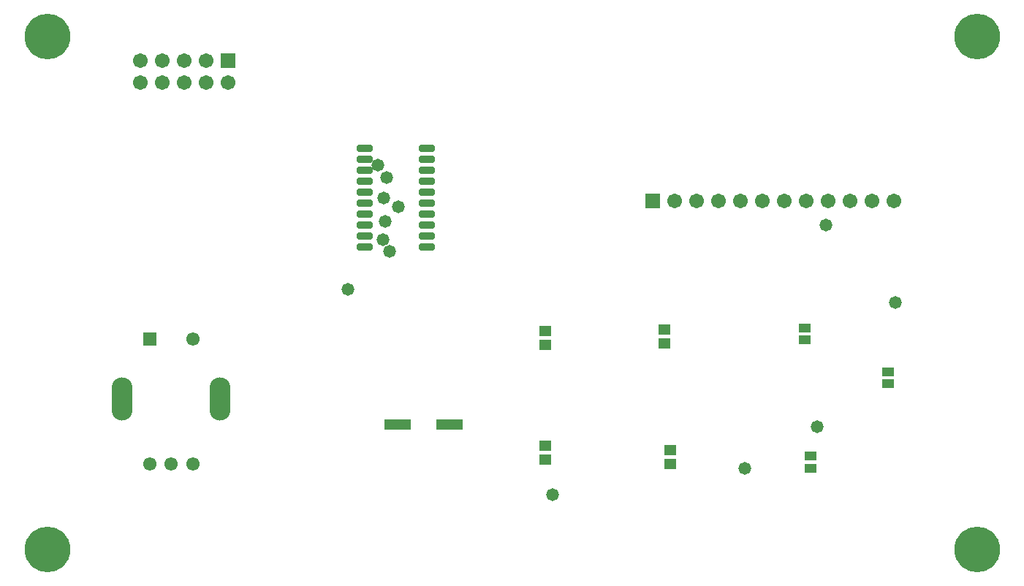
<source format=gts>
G04*
G04 #@! TF.GenerationSoftware,Altium Limited,Altium Designer,23.2.1 (34)*
G04*
G04 Layer_Color=8388736*
%FSLAX25Y25*%
%MOIN*%
G70*
G04*
G04 #@! TF.SameCoordinates,BF209CEF-B3CD-4BDF-936B-CE2084C87205*
G04*
G04*
G04 #@! TF.FilePolarity,Negative*
G04*
G01*
G75*
%ADD16R,0.05733X0.05136*%
%ADD18R,0.05339X0.04349*%
%ADD19R,0.12217X0.05131*%
G04:AMPARAMS|DCode=20|XSize=31.62mil|YSize=72.96mil|CornerRadius=6.01mil|HoleSize=0mil|Usage=FLASHONLY|Rotation=90.000|XOffset=0mil|YOffset=0mil|HoleType=Round|Shape=RoundedRectangle|*
%AMROUNDEDRECTD20*
21,1,0.03162,0.06095,0,0,90.0*
21,1,0.01961,0.07296,0,0,90.0*
1,1,0.01202,0.03047,0.00980*
1,1,0.01202,0.03047,-0.00980*
1,1,0.01202,-0.03047,-0.00980*
1,1,0.01202,-0.03047,0.00980*
%
%ADD20ROUNDEDRECTD20*%
%ADD21C,0.20800*%
%ADD22C,0.06706*%
%ADD23R,0.06706X0.06706*%
%ADD24R,0.06102X0.06102*%
%ADD25C,0.06102*%
G04:AMPARAMS|DCode=26|XSize=94.49mil|YSize=196.85mil|CornerRadius=47.24mil|HoleSize=0mil|Usage=FLASHONLY|Rotation=0.000|XOffset=0mil|YOffset=0mil|HoleType=Round|Shape=RoundedRectangle|*
%AMROUNDEDRECTD26*
21,1,0.09449,0.10236,0,0,0.0*
21,1,0.00000,0.19685,0,0,0.0*
1,1,0.09449,0.00000,-0.05118*
1,1,0.09449,0.00000,-0.05118*
1,1,0.09449,0.00000,0.05118*
1,1,0.09449,0.00000,0.05118*
%
%ADD26ROUNDEDRECTD26*%
%ADD27C,0.05800*%
D16*
X257000Y123153D02*
D03*
Y116847D02*
D03*
X314000Y62347D02*
D03*
Y68653D02*
D03*
X311500Y123805D02*
D03*
Y117500D02*
D03*
X257000Y70653D02*
D03*
Y64347D02*
D03*
D18*
X413500Y98982D02*
D03*
Y104500D02*
D03*
X378000Y60500D02*
D03*
Y66018D02*
D03*
X375500Y118982D02*
D03*
Y124500D02*
D03*
D19*
X189689Y80500D02*
D03*
X213311D02*
D03*
D20*
X174728Y206500D02*
D03*
Y201500D02*
D03*
Y196500D02*
D03*
Y191500D02*
D03*
Y186500D02*
D03*
Y181500D02*
D03*
Y176500D02*
D03*
Y171500D02*
D03*
Y166500D02*
D03*
Y161500D02*
D03*
X203272Y206500D02*
D03*
Y201500D02*
D03*
Y196500D02*
D03*
Y191500D02*
D03*
Y186500D02*
D03*
Y181500D02*
D03*
Y176500D02*
D03*
Y171500D02*
D03*
Y166500D02*
D03*
Y161500D02*
D03*
D21*
X30000Y23500D02*
D03*
Y257500D02*
D03*
X454000D02*
D03*
Y23500D02*
D03*
D22*
X416000Y182500D02*
D03*
X406000D02*
D03*
X396000D02*
D03*
X386000D02*
D03*
X376000D02*
D03*
X366000D02*
D03*
X356000D02*
D03*
X346000D02*
D03*
X336000D02*
D03*
X326000D02*
D03*
X316000D02*
D03*
X72500Y236500D02*
D03*
Y246500D02*
D03*
X82500Y236500D02*
D03*
Y246500D02*
D03*
X92500Y236500D02*
D03*
Y246500D02*
D03*
X102500Y236500D02*
D03*
Y246500D02*
D03*
X112500Y236500D02*
D03*
D23*
X306000Y182500D02*
D03*
X112500Y246500D02*
D03*
D24*
X76657Y119559D02*
D03*
D25*
X96343D02*
D03*
X76657Y62472D02*
D03*
X86500D02*
D03*
X96343D02*
D03*
D26*
X64059Y92000D02*
D03*
X108941D02*
D03*
D27*
X190239Y179600D02*
D03*
X180800Y198700D02*
D03*
X184000Y172900D02*
D03*
X348000Y60500D02*
D03*
X416800Y136200D02*
D03*
X381300Y79500D02*
D03*
X167200Y142000D02*
D03*
X183000Y164700D02*
D03*
X184700Y192900D02*
D03*
X186100Y159500D02*
D03*
X183400Y183700D02*
D03*
X260500Y48500D02*
D03*
X385000Y171500D02*
D03*
M02*

</source>
